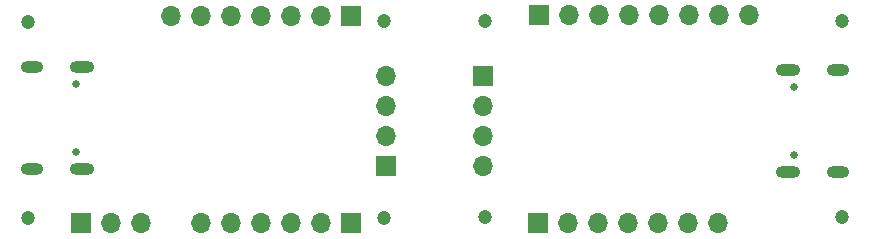
<source format=gbs>
%TF.GenerationSoftware,KiCad,Pcbnew,(6.0.9)*%
%TF.CreationDate,2022-11-29T23:35:02+08:00*%
%TF.ProjectId,UINIO-USB-UART,55494e49-4f2d-4555-9342-2d554152542e,Hank*%
%TF.SameCoordinates,Original*%
%TF.FileFunction,Soldermask,Bot*%
%TF.FilePolarity,Negative*%
%FSLAX46Y46*%
G04 Gerber Fmt 4.6, Leading zero omitted, Abs format (unit mm)*
G04 Created by KiCad (PCBNEW (6.0.9)) date 2022-11-29 23:35:02*
%MOMM*%
%LPD*%
G01*
G04 APERTURE LIST*
%ADD10C,1.200000*%
%ADD11R,1.700000X1.700000*%
%ADD12O,1.700000X1.700000*%
%ADD13C,0.650000*%
%ADD14O,2.100000X1.000000*%
%ADD15O,1.900000X1.000000*%
G04 APERTURE END LIST*
D10*
%TO.C,Hole4*%
X156260000Y-91600000D03*
%TD*%
D11*
%TO.C,J7*%
X130640000Y-108700000D03*
D12*
X133180000Y-108700000D03*
X135720000Y-108700000D03*
%TD*%
D13*
%TO.C,USB2*%
X190978700Y-102910000D03*
X190978700Y-97130000D03*
D14*
X190478700Y-104345000D03*
X190478700Y-95695000D03*
D15*
X194678700Y-104345000D03*
X194678700Y-95695000D03*
%TD*%
D10*
%TO.C,Hole1*%
X126120000Y-91660000D03*
%TD*%
%TO.C,Hole8*%
X195030000Y-91580000D03*
%TD*%
%TO.C,Hole3*%
X156250000Y-108250000D03*
%TD*%
%TO.C,Hole5*%
X164830000Y-91580000D03*
%TD*%
D11*
%TO.C,J2*%
X164620000Y-96240000D03*
D12*
X164620000Y-98780000D03*
X164620000Y-101320000D03*
X164620000Y-103860000D03*
%TD*%
D10*
%TO.C,Hole2*%
X126120000Y-108250000D03*
%TD*%
D13*
%TO.C,USB1*%
X130171500Y-102660000D03*
X130171500Y-96880000D03*
D14*
X130671500Y-95445000D03*
X130671500Y-104095000D03*
D15*
X126471500Y-95445000D03*
X126471500Y-104095000D03*
%TD*%
D11*
%TO.C,J5*%
X156432500Y-103850000D03*
D12*
X156432500Y-101310000D03*
X156432500Y-98770000D03*
X156432500Y-96230000D03*
%TD*%
D10*
%TO.C,Hole7*%
X195030000Y-108190000D03*
%TD*%
%TO.C,Hole6*%
X164830000Y-108200000D03*
%TD*%
D11*
%TO.C,J4*%
X153500000Y-108700000D03*
D12*
X150960000Y-108700000D03*
X148420000Y-108700000D03*
X145880000Y-108700000D03*
X143340000Y-108700000D03*
X140800000Y-108700000D03*
%TD*%
D11*
%TO.C,J3*%
X169341000Y-108646000D03*
D12*
X171881000Y-108646000D03*
X174421000Y-108646000D03*
X176961000Y-108646000D03*
X179501000Y-108646000D03*
X182041000Y-108646000D03*
X184581000Y-108646000D03*
%TD*%
D11*
%TO.C,J1*%
X169400000Y-91100000D03*
D12*
X171940000Y-91100000D03*
X174480000Y-91100000D03*
X177020000Y-91100000D03*
X179560000Y-91100000D03*
X182100000Y-91100000D03*
X184640000Y-91100000D03*
X187180000Y-91100000D03*
%TD*%
D11*
%TO.C,J6*%
X153500000Y-91194000D03*
D12*
X150960000Y-91194000D03*
X148420000Y-91194000D03*
X145880000Y-91194000D03*
X143340000Y-91194000D03*
X140800000Y-91194000D03*
X138260000Y-91194000D03*
%TD*%
M02*

</source>
